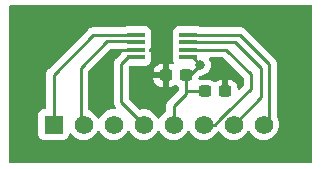
<source format=gbr>
%TF.GenerationSoftware,KiCad,Pcbnew,7.0.8*%
%TF.CreationDate,2024-07-17T00:02:23-04:00*%
%TF.ProjectId,AD5626_Breakout,41443536-3236-45f4-9272-65616b6f7574,rev?*%
%TF.SameCoordinates,Original*%
%TF.FileFunction,Copper,L1,Top*%
%TF.FilePolarity,Positive*%
%FSLAX46Y46*%
G04 Gerber Fmt 4.6, Leading zero omitted, Abs format (unit mm)*
G04 Created by KiCad (PCBNEW 7.0.8) date 2024-07-17 00:02:23*
%MOMM*%
%LPD*%
G01*
G04 APERTURE LIST*
G04 Aperture macros list*
%AMRoundRect*
0 Rectangle with rounded corners*
0 $1 Rounding radius*
0 $2 $3 $4 $5 $6 $7 $8 $9 X,Y pos of 4 corners*
0 Add a 4 corners polygon primitive as box body*
4,1,4,$2,$3,$4,$5,$6,$7,$8,$9,$2,$3,0*
0 Add four circle primitives for the rounded corners*
1,1,$1+$1,$2,$3*
1,1,$1+$1,$4,$5*
1,1,$1+$1,$6,$7*
1,1,$1+$1,$8,$9*
0 Add four rect primitives between the rounded corners*
20,1,$1+$1,$2,$3,$4,$5,0*
20,1,$1+$1,$4,$5,$6,$7,0*
20,1,$1+$1,$6,$7,$8,$9,0*
20,1,$1+$1,$8,$9,$2,$3,0*%
G04 Aperture macros list end*
%TA.AperFunction,ComponentPad*%
%ADD10R,1.575000X1.575000*%
%TD*%
%TA.AperFunction,ComponentPad*%
%ADD11C,1.575000*%
%TD*%
%TA.AperFunction,SMDPad,CuDef*%
%ADD12RoundRect,0.237500X-0.300000X-0.237500X0.300000X-0.237500X0.300000X0.237500X-0.300000X0.237500X0*%
%TD*%
%TA.AperFunction,SMDPad,CuDef*%
%ADD13RoundRect,0.237500X0.300000X0.237500X-0.300000X0.237500X-0.300000X-0.237500X0.300000X-0.237500X0*%
%TD*%
%TA.AperFunction,SMDPad,CuDef*%
%ADD14R,1.498600X0.431800*%
%TD*%
%TA.AperFunction,ViaPad*%
%ADD15C,0.800000*%
%TD*%
%TA.AperFunction,Conductor*%
%ADD16C,0.250000*%
%TD*%
G04 APERTURE END LIST*
D10*
%TO.P,J1,1,1*%
%TO.N,Net-(U1-LDAC#)*%
X120080000Y-106650000D03*
D11*
%TO.P,J1,2,2*%
%TO.N,Net-(U1-CLR#)*%
X122620000Y-106650000D03*
%TO.P,J1,3,3*%
%TO.N,unconnected-(J1-Pad3)*%
X125160000Y-106650000D03*
%TO.P,J1,4,4*%
%TO.N,Net-(U1-VOUT)*%
X127700000Y-106650000D03*
%TO.P,J1,5,5*%
%TO.N,Net-(U1-VDD)*%
X130240000Y-106650000D03*
%TO.P,J1,6,6*%
%TO.N,Net-(U1-CS#)*%
X132780000Y-106650000D03*
%TO.P,J1,7,7*%
%TO.N,Net-(U1-SCLK)*%
X135320000Y-106650000D03*
%TO.P,J1,8,8*%
%TO.N,Net-(U1-SDIN)*%
X137860000Y-106650000D03*
%TD*%
D12*
%TO.P,C2,1*%
%TO.N,Net-(U1-VDD)*%
X132897500Y-103850000D03*
%TO.P,C2,2*%
%TO.N,GND*%
X134622500Y-103850000D03*
%TD*%
D13*
%TO.P,C1,1*%
%TO.N,Net-(U1-VDD)*%
X131302500Y-102490000D03*
%TO.P,C1,2*%
%TO.N,GND*%
X129577500Y-102490000D03*
%TD*%
D14*
%TO.P,U1,1,VDD*%
%TO.N,Net-(U1-VDD)*%
X131455700Y-100973800D03*
%TO.P,U1,2,CS#*%
%TO.N,Net-(U1-CS#)*%
X131455700Y-100338800D03*
%TO.P,U1,3,SCLK*%
%TO.N,Net-(U1-SCLK)*%
X131455700Y-99678400D03*
%TO.P,U1,4,SDIN*%
%TO.N,Net-(U1-SDIN)*%
X131455700Y-99043400D03*
%TO.P,U1,5,LDAC#*%
%TO.N,Net-(U1-LDAC#)*%
X127086900Y-99043400D03*
%TO.P,U1,6,CLR#*%
%TO.N,Net-(U1-CLR#)*%
X127086900Y-99678400D03*
%TO.P,U1,7,GND*%
%TO.N,GND*%
X127086900Y-100338800D03*
%TO.P,U1,8,VOUT*%
%TO.N,Net-(U1-VOUT)*%
X127086900Y-100973800D03*
%TD*%
D15*
%TO.N,Net-(U1-VDD)*%
X132490000Y-101610000D03*
%TO.N,GND*%
X139560000Y-102430000D03*
X118510000Y-102450000D03*
X134610000Y-102450000D03*
X128160000Y-102470000D03*
X123960000Y-102450000D03*
%TD*%
D16*
%TO.N,Net-(U1-VDD)*%
X130240000Y-105097500D02*
X131287500Y-104050000D01*
X131610000Y-102490000D02*
X132490000Y-101610000D01*
X131407500Y-103850000D02*
X131287500Y-103970000D01*
X131287500Y-104050000D02*
X131287500Y-103970000D01*
X131302500Y-102490000D02*
X131610000Y-102490000D01*
X131287500Y-103970000D02*
X131287500Y-102505000D01*
X130240000Y-106650000D02*
X130240000Y-105097500D01*
X131287500Y-102505000D02*
X131302500Y-102490000D01*
X131853800Y-100973800D02*
X132490000Y-101610000D01*
X132897500Y-103850000D02*
X131407500Y-103850000D01*
X131455700Y-102336800D02*
X131302500Y-102490000D01*
X131455700Y-100973800D02*
X131853800Y-100973800D01*
%TO.N,GND*%
X125391200Y-100338800D02*
X125020000Y-100710000D01*
X128180000Y-102490000D02*
X128160000Y-102470000D01*
X134622500Y-103850000D02*
X134622500Y-102462500D01*
X134622500Y-102462500D02*
X134610000Y-102450000D01*
X129577500Y-102490000D02*
X128180000Y-102490000D01*
X127086900Y-100338800D02*
X125391200Y-100338800D01*
%TO.N,Net-(U1-LDAC#)*%
X123456600Y-99043400D02*
X127086900Y-99043400D01*
X120080000Y-106650000D02*
X120080000Y-102420000D01*
X120080000Y-102420000D02*
X123456600Y-99043400D01*
%TO.N,Net-(U1-CLR#)*%
X124638821Y-99601179D02*
X127009679Y-99601179D01*
X122390000Y-101850000D02*
X124638821Y-99601179D01*
X122390000Y-106420000D02*
X122390000Y-101850000D01*
X127009679Y-99601179D02*
X127086900Y-99678400D01*
X122620000Y-106650000D02*
X122390000Y-106420000D01*
%TO.N,Net-(U1-VOUT)*%
X125830000Y-101510000D02*
X126366200Y-100973800D01*
X127700000Y-106650000D02*
X125830000Y-104780000D01*
X125830000Y-104780000D02*
X125830000Y-101510000D01*
X126366200Y-100973800D02*
X127086900Y-100973800D01*
%TO.N,Net-(U1-CS#)*%
X134892500Y-105537500D02*
X136790000Y-103640000D01*
X133780000Y-106650000D02*
X134207500Y-106222500D01*
X136790000Y-103640000D02*
X136790000Y-102410000D01*
X132780000Y-106650000D02*
X133780000Y-106650000D01*
X134207500Y-106222500D02*
X134207500Y-106196190D01*
X134718800Y-100338800D02*
X131455700Y-100338800D01*
X136790000Y-102410000D02*
X134718800Y-100338800D01*
X134207500Y-106196190D02*
X134866190Y-105537500D01*
X134866190Y-105537500D02*
X134892500Y-105537500D01*
%TO.N,Net-(U1-SCLK)*%
X135320000Y-106650000D02*
X137640000Y-104330000D01*
X137640000Y-101850000D02*
X135468400Y-99678400D01*
X135468400Y-99678400D02*
X131455700Y-99678400D01*
X137640000Y-104330000D02*
X137640000Y-101850000D01*
%TO.N,Net-(U1-SDIN)*%
X138350000Y-106160000D02*
X138350000Y-101500000D01*
X138350000Y-101500000D02*
X135893400Y-99043400D01*
X135893400Y-99043400D02*
X131455700Y-99043400D01*
X137860000Y-106650000D02*
X138350000Y-106160000D01*
%TD*%
%TA.AperFunction,Conductor*%
%TO.N,GND*%
G36*
X125929384Y-100246364D02*
G01*
X125975139Y-100299168D01*
X125985083Y-100368326D01*
X125961612Y-100424988D01*
X125901708Y-100505011D01*
X125845774Y-100546882D01*
X125845339Y-100546960D01*
X125837600Y-100554700D01*
X125837600Y-100566445D01*
X125817915Y-100633484D01*
X125801281Y-100654126D01*
X125446207Y-101009200D01*
X125433951Y-101019020D01*
X125434134Y-101019241D01*
X125428123Y-101024213D01*
X125380772Y-101074636D01*
X125359889Y-101095519D01*
X125359877Y-101095532D01*
X125355621Y-101101017D01*
X125351837Y-101105447D01*
X125319937Y-101139418D01*
X125319936Y-101139420D01*
X125310284Y-101156976D01*
X125299610Y-101173226D01*
X125287329Y-101189061D01*
X125287324Y-101189068D01*
X125268815Y-101231838D01*
X125266245Y-101237084D01*
X125243803Y-101277906D01*
X125238822Y-101297307D01*
X125232521Y-101315710D01*
X125224562Y-101334102D01*
X125224561Y-101334105D01*
X125217271Y-101380127D01*
X125216087Y-101385846D01*
X125204501Y-101430972D01*
X125204500Y-101430982D01*
X125204500Y-101451016D01*
X125202973Y-101470415D01*
X125199840Y-101490194D01*
X125199840Y-101490195D01*
X125204225Y-101536583D01*
X125204500Y-101542421D01*
X125204500Y-104697255D01*
X125202775Y-104712872D01*
X125203061Y-104712899D01*
X125202326Y-104720665D01*
X125204084Y-104776568D01*
X125204500Y-104789814D01*
X125204500Y-104819350D01*
X125204500Y-104819356D01*
X125204501Y-104819360D01*
X125205368Y-104826231D01*
X125205826Y-104832050D01*
X125207290Y-104878624D01*
X125207291Y-104878627D01*
X125212880Y-104897867D01*
X125216824Y-104916911D01*
X125219336Y-104936792D01*
X125231544Y-104967627D01*
X125236490Y-104980119D01*
X125238382Y-104985647D01*
X125251381Y-105030388D01*
X125261580Y-105047634D01*
X125270138Y-105065103D01*
X125277514Y-105083732D01*
X125304898Y-105121423D01*
X125308106Y-105126307D01*
X125335800Y-105173133D01*
X125333599Y-105174434D01*
X125354575Y-105227864D01*
X125340892Y-105296381D01*
X125292339Y-105346623D01*
X125224329Y-105362640D01*
X125220253Y-105362351D01*
X125160002Y-105357080D01*
X125159998Y-105357080D01*
X124935492Y-105376721D01*
X124935485Y-105376722D01*
X124717799Y-105435051D01*
X124717788Y-105435055D01*
X124513543Y-105530296D01*
X124513533Y-105530302D01*
X124328926Y-105659566D01*
X124169566Y-105818926D01*
X124040302Y-106003533D01*
X124040298Y-106003539D01*
X124002382Y-106084852D01*
X123956210Y-106137291D01*
X123889016Y-106156443D01*
X123822135Y-106136227D01*
X123777618Y-106084852D01*
X123739702Y-106003540D01*
X123610434Y-105818927D01*
X123451073Y-105659566D01*
X123266460Y-105530298D01*
X123266456Y-105530296D01*
X123087095Y-105446659D01*
X123034656Y-105400487D01*
X123015500Y-105334277D01*
X123015500Y-102160452D01*
X123035185Y-102093413D01*
X123051819Y-102072771D01*
X124861593Y-100262998D01*
X124922916Y-100229513D01*
X124949274Y-100226679D01*
X125862345Y-100226679D01*
X125929384Y-100246364D01*
G37*
%TD.AperFunction*%
%TA.AperFunction,Conductor*%
G36*
X134475387Y-100983985D02*
G01*
X134496029Y-101000619D01*
X136128181Y-102632771D01*
X136161666Y-102694094D01*
X136164500Y-102720452D01*
X136164500Y-103329546D01*
X136144815Y-103396585D01*
X136128181Y-103417227D01*
X135871680Y-103673728D01*
X135810357Y-103707213D01*
X135740665Y-103702229D01*
X135684732Y-103660357D01*
X135660315Y-103594893D01*
X135659999Y-103586047D01*
X135659999Y-103563360D01*
X135659998Y-103563345D01*
X135649680Y-103462347D01*
X135595453Y-103298699D01*
X135595448Y-103298688D01*
X135504947Y-103151965D01*
X135504944Y-103151961D01*
X135383038Y-103030055D01*
X135383034Y-103030052D01*
X135236311Y-102939551D01*
X135236300Y-102939546D01*
X135072652Y-102885319D01*
X134971654Y-102875000D01*
X134872500Y-102875000D01*
X134872500Y-103976000D01*
X134852815Y-104043039D01*
X134800011Y-104088794D01*
X134748500Y-104100000D01*
X134496500Y-104100000D01*
X134429461Y-104080315D01*
X134383706Y-104027511D01*
X134372500Y-103976000D01*
X134372500Y-102874999D01*
X134273360Y-102875000D01*
X134273344Y-102875001D01*
X134172347Y-102885319D01*
X134008699Y-102939546D01*
X134008688Y-102939551D01*
X133861965Y-103030052D01*
X133848032Y-103043985D01*
X133786708Y-103077468D01*
X133717016Y-103072482D01*
X133672672Y-103043982D01*
X133658351Y-103029661D01*
X133658350Y-103029660D01*
X133567129Y-102973395D01*
X133511518Y-102939093D01*
X133511513Y-102939091D01*
X133481899Y-102929278D01*
X133347753Y-102884826D01*
X133347751Y-102884825D01*
X133246678Y-102874500D01*
X132548330Y-102874500D01*
X132548312Y-102874501D01*
X132477100Y-102881776D01*
X132408407Y-102869006D01*
X132357523Y-102821125D01*
X132340499Y-102758421D01*
X132340499Y-102695450D01*
X132360184Y-102628413D01*
X132376813Y-102607775D01*
X132437773Y-102546817D01*
X132499097Y-102513333D01*
X132525453Y-102510500D01*
X132584644Y-102510500D01*
X132584646Y-102510500D01*
X132769803Y-102471144D01*
X132942730Y-102394151D01*
X133095871Y-102282888D01*
X133222533Y-102142216D01*
X133317179Y-101978284D01*
X133375674Y-101798256D01*
X133395460Y-101610000D01*
X133375674Y-101421744D01*
X133317179Y-101241716D01*
X133264399Y-101150299D01*
X133247927Y-101082399D01*
X133270780Y-101016373D01*
X133325701Y-100973182D01*
X133371787Y-100964300D01*
X134408348Y-100964300D01*
X134475387Y-100983985D01*
G37*
%TD.AperFunction*%
%TA.AperFunction,Conductor*%
G36*
X141922539Y-96560185D02*
G01*
X141968294Y-96612989D01*
X141979500Y-96664500D01*
X141979500Y-109825500D01*
X141959815Y-109892539D01*
X141907011Y-109938294D01*
X141855500Y-109949500D01*
X116444500Y-109949500D01*
X116377461Y-109929815D01*
X116331706Y-109877011D01*
X116320500Y-109825500D01*
X116320500Y-107485370D01*
X118792000Y-107485370D01*
X118792001Y-107485376D01*
X118798408Y-107544983D01*
X118848702Y-107679828D01*
X118848706Y-107679835D01*
X118934952Y-107795044D01*
X118934955Y-107795047D01*
X119050164Y-107881293D01*
X119050171Y-107881297D01*
X119185017Y-107931591D01*
X119185016Y-107931591D01*
X119191944Y-107932335D01*
X119244627Y-107938000D01*
X120915372Y-107937999D01*
X120974983Y-107931591D01*
X121109831Y-107881296D01*
X121225046Y-107795046D01*
X121311296Y-107679831D01*
X121361591Y-107544983D01*
X121367893Y-107486366D01*
X121394629Y-107421821D01*
X121452021Y-107381972D01*
X121521846Y-107379477D01*
X121581935Y-107415129D01*
X121592755Y-107428502D01*
X121629566Y-107481073D01*
X121788927Y-107640434D01*
X121973540Y-107769702D01*
X122027891Y-107795046D01*
X122177788Y-107864944D01*
X122177790Y-107864944D01*
X122177795Y-107864947D01*
X122395487Y-107923278D01*
X122555853Y-107937308D01*
X122619998Y-107942920D01*
X122620000Y-107942920D01*
X122620002Y-107942920D01*
X122676260Y-107937998D01*
X122844513Y-107923278D01*
X123062205Y-107864947D01*
X123266460Y-107769702D01*
X123451073Y-107640434D01*
X123610434Y-107481073D01*
X123739702Y-107296460D01*
X123777618Y-107215147D01*
X123823790Y-107162708D01*
X123890983Y-107143556D01*
X123957864Y-107163771D01*
X124002381Y-107215147D01*
X124040298Y-107296460D01*
X124169566Y-107481073D01*
X124328927Y-107640434D01*
X124513540Y-107769702D01*
X124567891Y-107795046D01*
X124717788Y-107864944D01*
X124717790Y-107864944D01*
X124717795Y-107864947D01*
X124935487Y-107923278D01*
X125095853Y-107937308D01*
X125159998Y-107942920D01*
X125160000Y-107942920D01*
X125160002Y-107942920D01*
X125216260Y-107937998D01*
X125384513Y-107923278D01*
X125602205Y-107864947D01*
X125806460Y-107769702D01*
X125991073Y-107640434D01*
X126150434Y-107481073D01*
X126279702Y-107296460D01*
X126317618Y-107215147D01*
X126363790Y-107162708D01*
X126430983Y-107143556D01*
X126497864Y-107163771D01*
X126542381Y-107215147D01*
X126580298Y-107296460D01*
X126709566Y-107481073D01*
X126868927Y-107640434D01*
X127053540Y-107769702D01*
X127107891Y-107795046D01*
X127257788Y-107864944D01*
X127257790Y-107864944D01*
X127257795Y-107864947D01*
X127475487Y-107923278D01*
X127635853Y-107937308D01*
X127699998Y-107942920D01*
X127700000Y-107942920D01*
X127700002Y-107942920D01*
X127756260Y-107937998D01*
X127924513Y-107923278D01*
X128142205Y-107864947D01*
X128346460Y-107769702D01*
X128531073Y-107640434D01*
X128690434Y-107481073D01*
X128819702Y-107296460D01*
X128857618Y-107215147D01*
X128903790Y-107162708D01*
X128970983Y-107143556D01*
X129037864Y-107163771D01*
X129082381Y-107215147D01*
X129120298Y-107296460D01*
X129249566Y-107481073D01*
X129408927Y-107640434D01*
X129593540Y-107769702D01*
X129647891Y-107795046D01*
X129797788Y-107864944D01*
X129797790Y-107864944D01*
X129797795Y-107864947D01*
X130015487Y-107923278D01*
X130175853Y-107937308D01*
X130239998Y-107942920D01*
X130240000Y-107942920D01*
X130240002Y-107942920D01*
X130296260Y-107937998D01*
X130464513Y-107923278D01*
X130682205Y-107864947D01*
X130886460Y-107769702D01*
X131071073Y-107640434D01*
X131230434Y-107481073D01*
X131359702Y-107296460D01*
X131397618Y-107215147D01*
X131443790Y-107162708D01*
X131510983Y-107143556D01*
X131577864Y-107163771D01*
X131622381Y-107215147D01*
X131660298Y-107296460D01*
X131789566Y-107481073D01*
X131948927Y-107640434D01*
X132133540Y-107769702D01*
X132187891Y-107795046D01*
X132337788Y-107864944D01*
X132337790Y-107864944D01*
X132337795Y-107864947D01*
X132555487Y-107923278D01*
X132715853Y-107937308D01*
X132779998Y-107942920D01*
X132780000Y-107942920D01*
X132780002Y-107942920D01*
X132836260Y-107937998D01*
X133004513Y-107923278D01*
X133222205Y-107864947D01*
X133426460Y-107769702D01*
X133611073Y-107640434D01*
X133770434Y-107481073D01*
X133898818Y-107297722D01*
X133953393Y-107254099D01*
X133954579Y-107253621D01*
X133980117Y-107243510D01*
X133985647Y-107241617D01*
X133996365Y-107238502D01*
X134030390Y-107228618D01*
X134030394Y-107228615D01*
X134034776Y-107226720D01*
X134104119Y-107218159D01*
X134167083Y-107248447D01*
X134196407Y-107288116D01*
X134200298Y-107296460D01*
X134329566Y-107481073D01*
X134488927Y-107640434D01*
X134673540Y-107769702D01*
X134727891Y-107795046D01*
X134877788Y-107864944D01*
X134877790Y-107864944D01*
X134877795Y-107864947D01*
X135095487Y-107923278D01*
X135255853Y-107937308D01*
X135319998Y-107942920D01*
X135320000Y-107942920D01*
X135320002Y-107942920D01*
X135376260Y-107937998D01*
X135544513Y-107923278D01*
X135762205Y-107864947D01*
X135966460Y-107769702D01*
X136151073Y-107640434D01*
X136310434Y-107481073D01*
X136439702Y-107296460D01*
X136477618Y-107215147D01*
X136523790Y-107162708D01*
X136590983Y-107143556D01*
X136657864Y-107163771D01*
X136702381Y-107215147D01*
X136740298Y-107296460D01*
X136869566Y-107481073D01*
X137028927Y-107640434D01*
X137213540Y-107769702D01*
X137267891Y-107795046D01*
X137417788Y-107864944D01*
X137417790Y-107864944D01*
X137417795Y-107864947D01*
X137635487Y-107923278D01*
X137795853Y-107937308D01*
X137859998Y-107942920D01*
X137860000Y-107942920D01*
X137860002Y-107942920D01*
X137916260Y-107937998D01*
X138084513Y-107923278D01*
X138302205Y-107864947D01*
X138506460Y-107769702D01*
X138691073Y-107640434D01*
X138850434Y-107481073D01*
X138979702Y-107296460D01*
X139074947Y-107092205D01*
X139133278Y-106874513D01*
X139152920Y-106650000D01*
X139133278Y-106425487D01*
X139074947Y-106207795D01*
X139074944Y-106207788D01*
X138987118Y-106019443D01*
X138975500Y-105967039D01*
X138975500Y-101582742D01*
X138977224Y-101567122D01*
X138976939Y-101567096D01*
X138977671Y-101559340D01*
X138977673Y-101559333D01*
X138975500Y-101490185D01*
X138975500Y-101460650D01*
X138974631Y-101453772D01*
X138974172Y-101447943D01*
X138972709Y-101401372D01*
X138967122Y-101382144D01*
X138963174Y-101363084D01*
X138960663Y-101343204D01*
X138943512Y-101299887D01*
X138941619Y-101294358D01*
X138928618Y-101249609D01*
X138928616Y-101249606D01*
X138918423Y-101232371D01*
X138909861Y-101214894D01*
X138902487Y-101196270D01*
X138902486Y-101196268D01*
X138875079Y-101158545D01*
X138871888Y-101153686D01*
X138863451Y-101139420D01*
X138848170Y-101113580D01*
X138848168Y-101113578D01*
X138848165Y-101113574D01*
X138834006Y-101099415D01*
X138821368Y-101084619D01*
X138814115Y-101074636D01*
X138809594Y-101068413D01*
X138773688Y-101038709D01*
X138769376Y-101034786D01*
X136394203Y-98659612D01*
X136384380Y-98647350D01*
X136384159Y-98647534D01*
X136379186Y-98641523D01*
X136360559Y-98624031D01*
X136328764Y-98594173D01*
X136318319Y-98583728D01*
X136307875Y-98573283D01*
X136302386Y-98569025D01*
X136297961Y-98565247D01*
X136263982Y-98533338D01*
X136263980Y-98533336D01*
X136263977Y-98533335D01*
X136246429Y-98523688D01*
X136230163Y-98513004D01*
X136214333Y-98500725D01*
X136171568Y-98482218D01*
X136166322Y-98479648D01*
X136125493Y-98457203D01*
X136125492Y-98457202D01*
X136106093Y-98452222D01*
X136087681Y-98445918D01*
X136069298Y-98437962D01*
X136069292Y-98437960D01*
X136023274Y-98430672D01*
X136017552Y-98429487D01*
X135972421Y-98417900D01*
X135972419Y-98417900D01*
X135952384Y-98417900D01*
X135932986Y-98416373D01*
X135925562Y-98415197D01*
X135913205Y-98413240D01*
X135913204Y-98413240D01*
X135866816Y-98417625D01*
X135860978Y-98417900D01*
X132534283Y-98417900D01*
X132467244Y-98398215D01*
X132459972Y-98393167D01*
X132447331Y-98383704D01*
X132447328Y-98383702D01*
X132312482Y-98333408D01*
X132312483Y-98333408D01*
X132252883Y-98327001D01*
X132252881Y-98327000D01*
X132252873Y-98327000D01*
X132252864Y-98327000D01*
X130658529Y-98327000D01*
X130658523Y-98327001D01*
X130598916Y-98333408D01*
X130464071Y-98383702D01*
X130464064Y-98383706D01*
X130348855Y-98469952D01*
X130348852Y-98469955D01*
X130262606Y-98585164D01*
X130262602Y-98585171D01*
X130212310Y-98720013D01*
X130212309Y-98720017D01*
X130205900Y-98779627D01*
X130205900Y-98779634D01*
X130205900Y-98779635D01*
X130205900Y-99307169D01*
X130205901Y-99307178D01*
X130210251Y-99347645D01*
X130210251Y-99374150D01*
X130205900Y-99414622D01*
X130205900Y-99942170D01*
X130205901Y-99942174D01*
X130211617Y-99995345D01*
X130211617Y-100021853D01*
X130205900Y-100075027D01*
X130205900Y-100075031D01*
X130205900Y-100075032D01*
X130205900Y-100602569D01*
X130205901Y-100602578D01*
X130210251Y-100643045D01*
X130210251Y-100669550D01*
X130205900Y-100710022D01*
X130205900Y-101237570D01*
X130205901Y-101237576D01*
X130212308Y-101297183D01*
X130245019Y-101384884D01*
X130250003Y-101454576D01*
X130216518Y-101515899D01*
X130155194Y-101549383D01*
X130089834Y-101545923D01*
X130027653Y-101525319D01*
X129926654Y-101515000D01*
X129827500Y-101515000D01*
X129827500Y-103464999D01*
X129926640Y-103464999D01*
X129926654Y-103464998D01*
X130027652Y-103454680D01*
X130191300Y-103400453D01*
X130191311Y-103400448D01*
X130338035Y-103309947D01*
X130351960Y-103296021D01*
X130413282Y-103262533D01*
X130482973Y-103267514D01*
X130527327Y-103296017D01*
X130541650Y-103310340D01*
X130603097Y-103348241D01*
X130649821Y-103400186D01*
X130662000Y-103453778D01*
X130662000Y-103739546D01*
X130642315Y-103806585D01*
X130625681Y-103827227D01*
X129856208Y-104596699D01*
X129843951Y-104606520D01*
X129844134Y-104606741D01*
X129838123Y-104611713D01*
X129790772Y-104662136D01*
X129769889Y-104683019D01*
X129769877Y-104683032D01*
X129765621Y-104688517D01*
X129761837Y-104692947D01*
X129729937Y-104726918D01*
X129729936Y-104726920D01*
X129720284Y-104744476D01*
X129709610Y-104760726D01*
X129697329Y-104776561D01*
X129697324Y-104776568D01*
X129678815Y-104819338D01*
X129676245Y-104824584D01*
X129653803Y-104865406D01*
X129648822Y-104884807D01*
X129642521Y-104903210D01*
X129634562Y-104921602D01*
X129634561Y-104921605D01*
X129627271Y-104967627D01*
X129626087Y-104973346D01*
X129614501Y-105018472D01*
X129614500Y-105018482D01*
X129614500Y-105038516D01*
X129612973Y-105057915D01*
X129609840Y-105077694D01*
X129609840Y-105077695D01*
X129614225Y-105124083D01*
X129614500Y-105129921D01*
X129614500Y-105451071D01*
X129594815Y-105518110D01*
X129561624Y-105552645D01*
X129408926Y-105659566D01*
X129249566Y-105818926D01*
X129120302Y-106003533D01*
X129120298Y-106003539D01*
X129082382Y-106084852D01*
X129036210Y-106137291D01*
X128969016Y-106156443D01*
X128902135Y-106136227D01*
X128857618Y-106084852D01*
X128819702Y-106003540D01*
X128690434Y-105818927D01*
X128531073Y-105659566D01*
X128346460Y-105530298D01*
X128346456Y-105530296D01*
X128142211Y-105435055D01*
X128142200Y-105435051D01*
X127924514Y-105376722D01*
X127924507Y-105376721D01*
X127700002Y-105357080D01*
X127699998Y-105357080D01*
X127475492Y-105376721D01*
X127475481Y-105376723D01*
X127415158Y-105392887D01*
X127345308Y-105391224D01*
X127295384Y-105360793D01*
X126491819Y-104557228D01*
X126458334Y-104495905D01*
X126455500Y-104469547D01*
X126455500Y-102740000D01*
X128540001Y-102740000D01*
X128540001Y-102776654D01*
X128550319Y-102877652D01*
X128604546Y-103041300D01*
X128604551Y-103041311D01*
X128695052Y-103188034D01*
X128695055Y-103188038D01*
X128816961Y-103309944D01*
X128816965Y-103309947D01*
X128963688Y-103400448D01*
X128963699Y-103400453D01*
X129127347Y-103454680D01*
X129228351Y-103464999D01*
X129327500Y-103464998D01*
X129327500Y-102740000D01*
X128540001Y-102740000D01*
X126455500Y-102740000D01*
X126455500Y-102240000D01*
X128540000Y-102240000D01*
X129327500Y-102240000D01*
X129327500Y-101514999D01*
X129228360Y-101515000D01*
X129228344Y-101515001D01*
X129127347Y-101525319D01*
X128963699Y-101579546D01*
X128963688Y-101579551D01*
X128816965Y-101670052D01*
X128816961Y-101670055D01*
X128695055Y-101791961D01*
X128695052Y-101791965D01*
X128604551Y-101938688D01*
X128604546Y-101938699D01*
X128550319Y-102102347D01*
X128540000Y-102203345D01*
X128540000Y-102240000D01*
X126455500Y-102240000D01*
X126455500Y-101820452D01*
X126475185Y-101753413D01*
X126491819Y-101732771D01*
X126498072Y-101726518D01*
X126559395Y-101693033D01*
X126585753Y-101690199D01*
X127884071Y-101690199D01*
X127884072Y-101690199D01*
X127943683Y-101683791D01*
X128078531Y-101633496D01*
X128193746Y-101547246D01*
X128279996Y-101432031D01*
X128330291Y-101297183D01*
X128336700Y-101237573D01*
X128336699Y-100710028D01*
X128332095Y-100667198D01*
X128332096Y-100640693D01*
X128336199Y-100602533D01*
X128336200Y-100602519D01*
X128336200Y-100554700D01*
X128321584Y-100540084D01*
X128304320Y-100535015D01*
X128272093Y-100505011D01*
X128193789Y-100400411D01*
X128169371Y-100334947D01*
X128184222Y-100266674D01*
X128193789Y-100251788D01*
X128197850Y-100246364D01*
X128253079Y-100172588D01*
X128309013Y-100130718D01*
X128332645Y-100126454D01*
X128336200Y-100122900D01*
X128336200Y-100075072D01*
X128336199Y-100075058D01*
X128330731Y-100024203D01*
X128330731Y-99997691D01*
X128330988Y-99995298D01*
X128336700Y-99942173D01*
X128336699Y-99414628D01*
X128336699Y-99414627D01*
X128336698Y-99414611D01*
X128332348Y-99374153D01*
X128332348Y-99347645D01*
X128336700Y-99307173D01*
X128336699Y-98779628D01*
X128330291Y-98720017D01*
X128307761Y-98659612D01*
X128279997Y-98585171D01*
X128279993Y-98585164D01*
X128193747Y-98469955D01*
X128193744Y-98469952D01*
X128078535Y-98383706D01*
X128078528Y-98383702D01*
X127943682Y-98333408D01*
X127943683Y-98333408D01*
X127884083Y-98327001D01*
X127884081Y-98327000D01*
X127884073Y-98327000D01*
X127884064Y-98327000D01*
X126289729Y-98327000D01*
X126289723Y-98327001D01*
X126230116Y-98333408D01*
X126095271Y-98383702D01*
X126095268Y-98383704D01*
X126082628Y-98393167D01*
X126017163Y-98417584D01*
X126008317Y-98417900D01*
X123539343Y-98417900D01*
X123523722Y-98416175D01*
X123523695Y-98416461D01*
X123515933Y-98415726D01*
X123446772Y-98417900D01*
X123417249Y-98417900D01*
X123410378Y-98418767D01*
X123404559Y-98419225D01*
X123357974Y-98420689D01*
X123357968Y-98420690D01*
X123338726Y-98426280D01*
X123319687Y-98430223D01*
X123299817Y-98432734D01*
X123299800Y-98432738D01*
X123256482Y-98449888D01*
X123250958Y-98451779D01*
X123206207Y-98464783D01*
X123206204Y-98464784D01*
X123188958Y-98474983D01*
X123171493Y-98483539D01*
X123165610Y-98485868D01*
X123152866Y-98490914D01*
X123115172Y-98518299D01*
X123110291Y-98521505D01*
X123070180Y-98545228D01*
X123056008Y-98559400D01*
X123041223Y-98572028D01*
X123025012Y-98583807D01*
X122995309Y-98619710D01*
X122991377Y-98624031D01*
X119696208Y-101919199D01*
X119683951Y-101929020D01*
X119684134Y-101929241D01*
X119678123Y-101934213D01*
X119630772Y-101984636D01*
X119609889Y-102005519D01*
X119609877Y-102005532D01*
X119605621Y-102011017D01*
X119601837Y-102015447D01*
X119569937Y-102049418D01*
X119569936Y-102049420D01*
X119560284Y-102066976D01*
X119549610Y-102083226D01*
X119537329Y-102099061D01*
X119537324Y-102099068D01*
X119518815Y-102141838D01*
X119516245Y-102147084D01*
X119493803Y-102187906D01*
X119488822Y-102207307D01*
X119482521Y-102225710D01*
X119474562Y-102244102D01*
X119474561Y-102244105D01*
X119467271Y-102290127D01*
X119466087Y-102295846D01*
X119454501Y-102340972D01*
X119454500Y-102340982D01*
X119454500Y-102361016D01*
X119452973Y-102380415D01*
X119449840Y-102400194D01*
X119449840Y-102400195D01*
X119454225Y-102446583D01*
X119454500Y-102452421D01*
X119454500Y-105238000D01*
X119434815Y-105305039D01*
X119382011Y-105350794D01*
X119330501Y-105362000D01*
X119244630Y-105362000D01*
X119244623Y-105362001D01*
X119185016Y-105368408D01*
X119050171Y-105418702D01*
X119050164Y-105418706D01*
X118934955Y-105504952D01*
X118934952Y-105504955D01*
X118848706Y-105620164D01*
X118848702Y-105620171D01*
X118798408Y-105755017D01*
X118792001Y-105814616D01*
X118792000Y-105814635D01*
X118792000Y-107485370D01*
X116320500Y-107485370D01*
X116320500Y-96664500D01*
X116340185Y-96597461D01*
X116392989Y-96551706D01*
X116444500Y-96540500D01*
X141855500Y-96540500D01*
X141922539Y-96560185D01*
G37*
%TD.AperFunction*%
%TD*%
M02*

</source>
